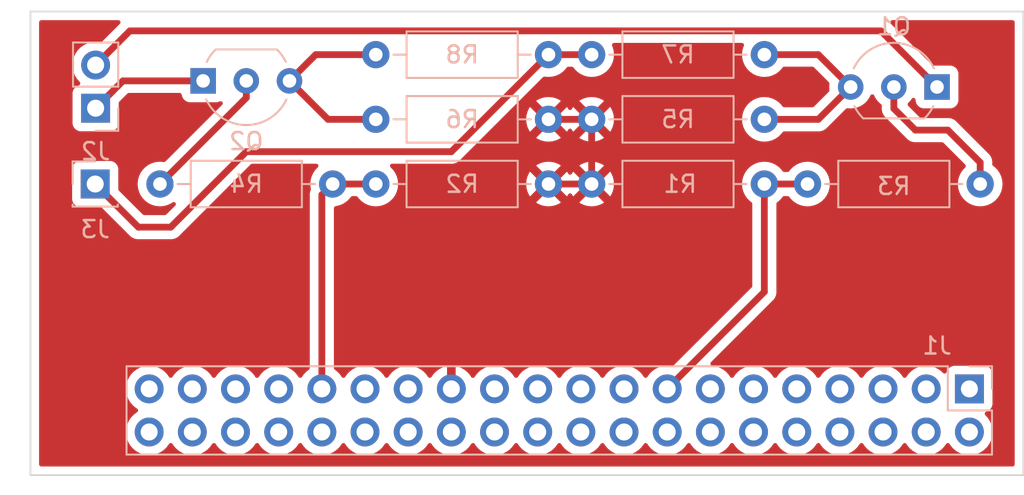
<source format=kicad_pcb>
(kicad_pcb (version 20211014) (generator pcbnew)
  (layers (0 "F.Cu" signal) (31 "B.Cu" signal) (34 "B.Paste" user) (35 "F.Paste" user) (36 "B.SilkS" user "B.Silkscreen") (37 "F.SilkS" user "F.Silkscreen") (38 "B.Mask" user) (39 "F.Mask" user) (44 "Edge.Cuts" user))
  (net 0 "")
  (net 15 "/GP22")
  (net 25 "GND")
  (net 31 "/GP6")
  (net 41 "/BB")
  (net 42 "/BA")
  (net 43 "/WGND")
  (net 44 "Net-(Q1-Pad2)")
  (net 45 "Net-(Q1-Pad3)")
  (net 46 "Net-(Q2-Pad2)")
  (net 47 "Net-(Q2-Pad3)")
  (footprint "Resistor_THT:R_Axial_DIN0207_L6.3mm_D2.5mm_P10.16mm_Horizontal" (layer "B.Cu") (at 106.68 67.945 180)
    (fp_text reference "R6" (at 5.08 0) (layer "B.SilkS") (effects (justify mirror)))
    (fp_text value "220")
    (fp_line (start 1.81 1.37) (end 1.81 -1.37) (layer "B.SilkS") (width 0.12))
    (fp_line (start 8.35 1.37) (end 1.81 1.37) (layer "B.SilkS") (width 0.12))
    (fp_line (start 1.81 -1.37) (end 8.35 -1.37) (layer "B.SilkS") (width 0.12))
    (fp_line (start 9.12 0) (end 8.35 0) (layer "B.SilkS") (width 0.12))
    (fp_line (start 1.04 0) (end 1.81 0) (layer "B.SilkS") (width 0.12))
    (fp_line (start 8.35 -1.37) (end 8.35 1.37) (layer "B.SilkS") (width 0.12))
    (pad "1" thru_hole circle (at 0 0 180) (size 1.6 1.6) (drill 0.8) (layers *.Cu *.Mask) (net 25 "GND"))
    (pad "2" thru_hole oval (at 10.16 0 180) (size 1.6 1.6) (drill 0.8) (layers *.Cu *.Mask) (net 47 "Net-(Q2-Pad3)"))
  )
  (footprint "Resistor_THT:R_Axial_DIN0207_L6.3mm_D2.5mm_P10.16mm_Horizontal" (layer "B.Cu") (at 106.68 71.755 180)
    (fp_text reference "R2" (at 5.08 0) (layer "B.SilkS") (effects (justify mirror)))
    (fp_text value "100k")
    (fp_line (start 1.04 0) (end 1.81 0) (layer "B.SilkS") (width 0.12))
    (fp_line (start 1.81 -1.37) (end 8.35 -1.37) (layer "B.SilkS") (width 0.12))
    (fp_line (start 1.81 1.37) (end 1.81 -1.37) (layer "B.SilkS") (width 0.12))
    (fp_line (start 8.35 -1.37) (end 8.35 1.37) (layer "B.SilkS") (width 0.12))
    (fp_line (start 9.12 0) (end 8.35 0) (layer "B.SilkS") (width 0.12))
    (fp_line (start 8.35 1.37) (end 1.81 1.37) (layer "B.SilkS") (width 0.12))
    (pad "1" thru_hole circle (at 0 0 180) (size 1.6 1.6) (drill 0.8) (layers *.Cu *.Mask) (net 25 "GND"))
    (pad "2" thru_hole oval (at 10.16 0 180) (size 1.6 1.6) (drill 0.8) (layers *.Cu *.Mask) (net 31 "/GP6"))
  )
  (footprint "Connector_PinSocket_2.54mm:PinSocket_2x20_P2.54mm_Vertical" (layer "B.Cu") (at 131.445 83.82 90)
    (fp_text reference "J1" (at 2.54 -1.905) (layer "B.SilkS") (effects (justify mirror)))
    (fp_text value "PI Connector")
    (fp_line (start 0 1.33) (end 1.33 1.33) (layer "B.SilkS") (width 0.12))
    (fp_line (start -1.27 1.33) (end -1.27 -1.27) (layer "B.SilkS") (width 0.12))
    (fp_line (start -3.87 -49.59) (end 1.33 -49.59) (layer "B.SilkS") (width 0.12))
    (fp_line (start 1.33 1.33) (end 1.33 0) (layer "B.SilkS") (width 0.12))
    (fp_line (start -1.27 -1.27) (end 1.33 -1.27) (layer "B.SilkS") (width 0.12))
    (fp_line (start 1.33 -1.27) (end 1.33 -49.59) (layer "B.SilkS") (width 0.12))
    (fp_line (start -3.87 1.33) (end -3.87 -49.59) (layer "B.SilkS") (width 0.12))
    (fp_line (start -3.87 1.33) (end -1.27 1.33) (layer "B.SilkS") (width 0.12))
    (pad "1" thru_hole rect (at 0 0 90) (size 1.7 1.7) (drill 1) (layers *.Cu *.Mask))
    (pad "2" thru_hole oval (at -2.54 0 90) (size 1.7 1.7) (drill 1) (layers *.Cu *.Mask))
    (pad "3" thru_hole oval (at 0 -2.54 90) (size 1.7 1.7) (drill 1) (layers *.Cu *.Mask))
    (pad "4" thru_hole oval (at -2.54 -2.54 90) (size 1.7 1.7) (drill 1) (layers *.Cu *.Mask))
    (pad "5" thru_hole oval (at 0 -5.08 90) (size 1.7 1.7) (drill 1) (layers *.Cu *.Mask))
    (pad "6" thru_hole oval (at -2.54 -5.08 90) (size 1.7 1.7) (drill 1) (layers *.Cu *.Mask))
    (pad "7" thru_hole oval (at 0 -7.62 90) (size 1.7 1.7) (drill 1) (layers *.Cu *.Mask))
    (pad "8" thru_hole oval (at -2.54 -7.62 90) (size 1.7 1.7) (drill 1) (layers *.Cu *.Mask))
    (pad "9" thru_hole oval (at 0 -10.16 90) (size 1.7 1.7) (drill 1) (layers *.Cu *.Mask))
    (pad "10" thru_hole oval (at -2.54 -10.16 90) (size 1.7 1.7) (drill 1) (layers *.Cu *.Mask))
    (pad "11" thru_hole oval (at 0 -12.7 90) (size 1.7 1.7) (drill 1) (layers *.Cu *.Mask))
    (pad "12" thru_hole oval (at -2.54 -12.7 90) (size 1.7 1.7) (drill 1) (layers *.Cu *.Mask))
    (pad "13" thru_hole oval (at 0 -15.24 90) (size 1.7 1.7) (drill 1) (layers *.Cu *.Mask))
    (pad "14" thru_hole oval (at -2.54 -15.24 90) (size 1.7 1.7) (drill 1) (layers *.Cu *.Mask))
    (pad "15" thru_hole oval (at 0 -17.78 90) (size 1.7 1.7) (drill 1) (layers *.Cu *.Mask) (net 15 "/GP22"))
    (pad "16" thru_hole oval (at -2.54 -17.78 90) (size 1.7 1.7) (drill 1) (layers *.Cu *.Mask))
    (pad "17" thru_hole oval (at 0 -20.32 90) (size 1.7 1.7) (drill 1) (layers *.Cu *.Mask))
    (pad "18" thru_hole oval (at -2.54 -20.32 90) (size 1.7 1.7) (drill 1) (layers *.Cu *.Mask))
    (pad "19" thru_hole oval (at 0 -22.86 90) (size 1.7 1.7) (drill 1) (layers *.Cu *.Mask))
    (pad "20" thru_hole oval (at -2.54 -22.86 90) (size 1.7 1.7) (drill 1) (layers *.Cu *.Mask))
    (pad "21" thru_hole oval (at 0 -25.4 90) (size 1.7 1.7) (drill 1) (layers *.Cu *.Mask))
    (pad "22" thru_hole oval (at -2.54 -25.4 90) (size 1.7 1.7) (drill 1) (layers *.Cu *.Mask))
    (pad "23" thru_hole oval (at 0 -27.94 90) (size 1.7 1.7) (drill 1) (layers *.Cu *.Mask))
    (pad "24" thru_hole oval (at -2.54 -27.94 90) (size 1.7 1.7) (drill 1) (layers *.Cu *.Mask))
    (pad "25" thru_hole oval (at 0 -30.48 90) (size 1.7 1.7) (drill 1) (layers *.Cu *.Mask) (net 25 "GND"))
    (pad "26" thru_hole oval (at -2.54 -30.48 90) (size 1.7 1.7) (drill 1) (layers *.Cu *.Mask))
    (pad "27" thru_hole oval (at 0 -33.02 90) (size 1.7 1.7) (drill 1) (layers *.Cu *.Mask))
    (pad "28" thru_hole oval (at -2.54 -33.02 90) (size 1.7 1.7) (drill 1) (layers *.Cu *.Mask))
    (pad "29" thru_hole oval (at 0 -35.56 90) (size 1.7 1.7) (drill 1) (layers *.Cu *.Mask))
    (pad "30" thru_hole oval (at -2.54 -35.56 90) (size 1.7 1.7) (drill 1) (layers *.Cu *.Mask))
    (pad "31" thru_hole oval (at 0 -38.1 90) (size 1.7 1.7) (drill 1) (layers *.Cu *.Mask) (net 31 "/GP6"))
    (pad "32" thru_hole oval (at -2.54 -38.1 90) (size 1.7 1.7) (drill 1) (layers *.Cu *.Mask))
    (pad "33" thru_hole oval (at 0 -40.64 90) (size 1.7 1.7) (drill 1) (layers *.Cu *.Mask))
    (pad "34" thru_hole oval (at -2.54 -40.64 90) (size 1.7 1.7) (drill 1) (layers *.Cu *.Mask))
    (pad "35" thru_hole oval (at 0 -43.18 90) (size 1.7 1.7) (drill 1) (layers *.Cu *.Mask))
    (pad "36" thru_hole oval (at -2.54 -43.18 90) (size 1.7 1.7) (drill 1) (layers *.Cu *.Mask))
    (pad "37" thru_hole oval (at 0 -45.72 90) (size 1.7 1.7) (drill 1) (layers *.Cu *.Mask))
    (pad "38" thru_hole oval (at -2.54 -45.72 90) (size 1.7 1.7) (drill 1) (layers *.Cu *.Mask))
    (pad "39" thru_hole oval (at 0 -48.26 90) (size 1.7 1.7) (drill 1) (layers *.Cu *.Mask))
    (pad "40" thru_hole oval (at -2.54 -48.26 90) (size 1.7 1.7) (drill 1) (layers *.Cu *.Mask))
  )
  (footprint "Resistor_THT:R_Axial_DIN0207_L6.3mm_D2.5mm_P10.16mm_Horizontal" (layer "B.Cu") (at 121.92 71.755)
    (fp_text reference "R3" (at 5.08 0.127) (layer "B.SilkS") (effects (justify mirror)))
    (fp_text value "1k")
    (fp_line (start 9.12 0) (end 8.35 0) (layer "B.SilkS") (width 0.12))
    (fp_line (start 1.04 0) (end 1.81 0) (layer "B.SilkS") (width 0.12))
    (fp_line (start 1.81 1.37) (end 1.81 -1.37) (layer "B.SilkS") (width 0.12))
    (fp_line (start 8.35 -1.37) (end 8.35 1.37) (layer "B.SilkS") (width 0.12))
    (fp_line (start 1.81 -1.37) (end 8.35 -1.37) (layer "B.SilkS") (width 0.12))
    (fp_line (start 8.35 1.37) (end 1.81 1.37) (layer "B.SilkS") (width 0.12))
    (pad "1" thru_hole circle (at 0 0) (size 1.6 1.6) (drill 0.8) (layers *.Cu *.Mask) (net 15 "/GP22"))
    (pad "2" thru_hole oval (at 10.16 0) (size 1.6 1.6) (drill 0.8) (layers *.Cu *.Mask) (net 44 "Net-(Q1-Pad2)"))
  )
  (footprint "Package_TO_SOT_THT:TO-92_Inline_Wide" (layer "B.Cu") (at 86.36 65.68)
    (fp_text reference "Q2" (at 2.54 3.56 180) (layer "B.SilkS") (effects (justify mirror)))
    (fp_text value "BS170")
    (fp_line (start 0.74 -1.85) (end 4.34 -1.85) (layer "B.SilkS") (width 0.12))
    (fp_arc (start 2.54 2.6) (mid 1.143021 2.192818) (end 0.1836 1.098807) (layer "B.SilkS") (width 0.12))
    (fp_arc (start 4.34 -1.85) (mid 4.633903 -1.509328) (end 4.864184 -1.122795) (layer "B.SilkS") (width 0.12))
    (fp_arc (start 4.8964 1.098807) (mid 3.936979 2.192817) (end 2.54 2.6) (layer "B.SilkS") (width 0.12))
    (fp_arc (start 0.215816 -1.122795) (mid 0.446097 -1.509328) (end 0.74 -1.85) (layer "B.SilkS") (width 0.12))
    (pad "1" thru_hole rect (at 0 0) (size 1.5 1.5) (drill 0.8) (layers *.Cu *.Mask) (net 41 "/BB"))
    (pad "2" thru_hole circle (at 2.54 0) (size 1.5 1.5) (drill 0.8) (layers *.Cu *.Mask) (net 46 "Net-(Q2-Pad2)"))
    (pad "3" thru_hole circle (at 5.08 0) (size 1.5 1.5) (drill 0.8) (layers *.Cu *.Mask) (net 47 "Net-(Q2-Pad3)"))
  )
  (footprint "Resistor_THT:R_Axial_DIN0207_L6.3mm_D2.5mm_P10.16mm_Horizontal" (layer "B.Cu") (at 96.52 64.135)
    (fp_text reference "R8" (at 5.08 0) (layer "B.SilkS") (effects (justify mirror)))
    (fp_text value "220")
    (fp_line (start 1.81 -1.37) (end 8.35 -1.37) (layer "B.SilkS") (width 0.12))
    (fp_line (start 1.81 1.37) (end 1.81 -1.37) (layer "B.SilkS") (width 0.12))
    (fp_line (start 9.12 0) (end 8.35 0) (layer "B.SilkS") (width 0.12))
    (fp_line (start 8.35 -1.37) (end 8.35 1.37) (layer "B.SilkS") (width 0.12))
    (fp_line (start 1.04 0) (end 1.81 0) (layer "B.SilkS") (width 0.12))
    (fp_line (start 8.35 1.37) (end 1.81 1.37) (layer "B.SilkS") (width 0.12))
    (pad "1" thru_hole circle (at 0 0) (size 1.6 1.6) (drill 0.8) (layers *.Cu *.Mask) (net 47 "Net-(Q2-Pad3)"))
    (pad "2" thru_hole oval (at 10.16 0) (size 1.6 1.6) (drill 0.8) (layers *.Cu *.Mask) (net 43 "/WGND"))
  )
  (footprint "Resistor_THT:R_Axial_DIN0207_L6.3mm_D2.5mm_P10.16mm_Horizontal" (layer "B.Cu") (at 119.38 64.135 180)
    (fp_text reference "R7" (at 5.08 0) (layer "B.SilkS") (effects (justify mirror)))
    (fp_text value "220")
    (fp_line (start 1.81 1.37) (end 1.81 -1.37) (layer "B.SilkS") (width 0.12))
    (fp_line (start 8.35 1.37) (end 1.81 1.37) (layer "B.SilkS") (width 0.12))
    (fp_line (start 9.12 0) (end 8.35 0) (layer "B.SilkS") (width 0.12))
    (fp_line (start 8.35 -1.37) (end 8.35 1.37) (layer "B.SilkS") (width 0.12))
    (fp_line (start 1.04 0) (end 1.81 0) (layer "B.SilkS") (width 0.12))
    (fp_line (start 1.81 -1.37) (end 8.35 -1.37) (layer "B.SilkS") (width 0.12))
    (pad "1" thru_hole circle (at 0 0 180) (size 1.6 1.6) (drill 0.8) (layers *.Cu *.Mask) (net 45 "Net-(Q1-Pad3)"))
    (pad "2" thru_hole oval (at 10.16 0 180) (size 1.6 1.6) (drill 0.8) (layers *.Cu *.Mask) (net 43 "/WGND"))
  )
  (footprint "Connector_PinSocket_2.54mm:PinSocket_1x01_P2.54mm_Vertical" (layer "B.Cu") (at 80.01 71.755 180)
    (fp_text reference "J3" (at 0 -2.667) (layer "B.SilkS") (effects (justify mirror)))
    (fp_text value "WIRELESS_GND")
    (fp_line (start 1.33 -1.21) (end 1.33 -1.33) (layer "B.SilkS") (width 0.12))
    (fp_line (start -1.33 -1.21) (end -1.33 -1.33) (layer "B.SilkS") (width 0.12))
    (fp_line (start -1.33 -1.33) (end 1.33 -1.33) (layer "B.SilkS") (width 0.12))
    (fp_line (start 0 1.33) (end 1.33 1.33) (layer "B.SilkS") (width 0.12))
    (fp_line (start 1.33 1.33) (end 1.33 0) (layer "B.SilkS") (width 0.12))
    (pad "1" thru_hole rect (at 0 0 180) (size 1.7 1.7) (drill 1) (layers *.Cu *.Mask) (net 43 "/WGND"))
  )
  (footprint "Connector_PinSocket_2.54mm:PinSocket_1x02_P2.54mm_Vertical" (layer "B.Cu") (at 80.035 67.29)
    (fp_text reference "J2" (at 0 2.54) (layer "B.SilkS") (effects (justify mirror)))
    (fp_text value "BUTTON_PINS")
    (fp_line (start 0 1.33) (end 1.33 1.33) (layer "B.SilkS") (width 0.12))
    (fp_line (start -1.33 -1.27) (end 1.33 -1.27) (layer "B.SilkS") (width 0.12))
    (fp_line (start 1.33 -1.27) (end 1.33 -3.87) (layer "B.SilkS") (width 0.12))
    (fp_line (start 1.33 1.33) (end 1.33 0) (layer "B.SilkS") (width 0.12))
    (fp_line (start -1.33 -1.27) (end -1.33 -3.87) (layer "B.SilkS") (width 0.12))
    (fp_line (start -1.33 -3.87) (end 1.33 -3.87) (layer "B.SilkS") (width 0.12))
    (pad "1" thru_hole rect (at 0 0) (size 1.7 1.7) (drill 1) (layers *.Cu *.Mask) (net 41 "/BB"))
    (pad "2" thru_hole oval (at 0 -2.54) (size 1.7 1.7) (drill 1) (layers *.Cu *.Mask) (net 42 "/BA"))
  )
  (footprint "Resistor_THT:R_Axial_DIN0207_L6.3mm_D2.5mm_P10.16mm_Horizontal" (layer "B.Cu") (at 93.98 71.755 180)
    (fp_text reference "R4" (at 5.08 0) (layer "B.SilkS") (effects (justify mirror)))
    (fp_text value "1k")
    (fp_line (start 8.35 -1.37) (end 8.35 1.37) (layer "B.SilkS") (width 0.12))
    (fp_line (start 8.35 1.37) (end 1.81 1.37) (layer "B.SilkS") (width 0.12))
    (fp_line (start 9.12 0) (end 8.35 0) (layer "B.SilkS") (width 0.12))
    (fp_line (start 1.04 0) (end 1.81 0) (layer "B.SilkS") (width 0.12))
    (fp_line (start 1.81 1.37) (end 1.81 -1.37) (layer "B.SilkS") (width 0.12))
    (fp_line (start 1.81 -1.37) (end 8.35 -1.37) (layer "B.SilkS") (width 0.12))
    (pad "1" thru_hole circle (at 0 0 180) (size 1.6 1.6) (drill 0.8) (layers *.Cu *.Mask) (net 31 "/GP6"))
    (pad "2" thru_hole oval (at 10.16 0 180) (size 1.6 1.6) (drill 0.8) (layers *.Cu *.Mask) (net 46 "Net-(Q2-Pad2)"))
  )
  (footprint "Resistor_THT:R_Axial_DIN0207_L6.3mm_D2.5mm_P10.16mm_Horizontal" (layer "B.Cu") (at 109.22 71.755)
    (fp_text reference "R1" (at 5.207 0) (layer "B.SilkS") (effects (justify mirror)))
    (fp_text value "100k")
    (fp_line (start 1.81 1.37) (end 1.81 -1.37) (layer "B.SilkS") (width 0.12))
    (fp_line (start 1.04 0) (end 1.81 0) (layer "B.SilkS") (width 0.12))
    (fp_line (start 8.35 1.37) (end 1.81 1.37) (layer "B.SilkS") (width 0.12))
    (fp_line (start 9.12 0) (end 8.35 0) (layer "B.SilkS") (width 0.12))
    (fp_line (start 1.81 -1.37) (end 8.35 -1.37) (layer "B.SilkS") (width 0.12))
    (fp_line (start 8.35 -1.37) (end 8.35 1.37) (layer "B.SilkS") (width 0.12))
    (pad "1" thru_hole circle (at 0 0) (size 1.6 1.6) (drill 0.8) (layers *.Cu *.Mask) (net 25 "GND"))
    (pad "2" thru_hole oval (at 10.16 0) (size 1.6 1.6) (drill 0.8) (layers *.Cu *.Mask) (net 15 "/GP22"))
  )
  (footprint "Package_TO_SOT_THT:TO-92_Inline_Wide" (layer "B.Cu") (at 129.54 66.04 180)
    (fp_text reference "Q1" (at 2.54 3.56) (layer "B.SilkS") (effects (justify mirror)))
    (fp_text value "BS170")
    (fp_line (start 0.74 -1.85) (end 4.34 -1.85) (layer "B.SilkS") (width 0.12))
    (fp_arc (start 0.215816 -1.122795) (mid 0.446097 -1.509328) (end 0.74 -1.85) (layer "B.SilkS") (width 0.12))
    (fp_arc (start 4.8964 1.098807) (mid 3.936979 2.192817) (end 2.54 2.6) (layer "B.SilkS") (width 0.12))
    (fp_arc (start 2.54 2.6) (mid 1.143021 2.192818) (end 0.1836 1.098807) (layer "B.SilkS") (width 0.12))
    (fp_arc (start 4.34 -1.85) (mid 4.633903 -1.509328) (end 4.864184 -1.122795) (layer "B.SilkS") (width 0.12))
    (pad "1" thru_hole rect (at 0 0 180) (size 1.5 1.5) (drill 0.8) (layers *.Cu *.Mask) (net 42 "/BA"))
    (pad "2" thru_hole circle (at 2.54 0 180) (size 1.5 1.5) (drill 0.8) (layers *.Cu *.Mask) (net 44 "Net-(Q1-Pad2)"))
    (pad "3" thru_hole circle (at 5.08 0 180) (size 1.5 1.5) (drill 0.8) (layers *.Cu *.Mask) (net 45 "Net-(Q1-Pad3)"))
  )
  (footprint "Resistor_THT:R_Axial_DIN0207_L6.3mm_D2.5mm_P10.16mm_Horizontal" (layer "B.Cu") (at 109.22 67.945)
    (fp_text reference "R5" (at 5.08 0) (layer "B.SilkS") (effects (justify mirror)))
    (fp_text value "220")
    (fp_line (start 8.35 -1.37) (end 8.35 1.37) (layer "B.SilkS") (width 0.12))
    (fp_line (start 1.81 1.37) (end 1.81 -1.37) (layer "B.SilkS") (width 0.12))
    (fp_line (start 1.04 0) (end 1.81 0) (layer "B.SilkS") (width 0.12))
    (fp_line (start 1.81 -1.37) (end 8.35 -1.37) (layer "B.SilkS") (width 0.12))
    (fp_line (start 9.12 0) (end 8.35 0) (layer "B.SilkS") (width 0.12))
    (fp_line (start 8.35 1.37) (end 1.81 1.37) (layer "B.SilkS") (width 0.12))
    (pad "1" thru_hole circle (at 0 0) (size 1.6 1.6) (drill 0.8) (layers *.Cu *.Mask) (net 25 "GND"))
    (pad "2" thru_hole oval (at 10.16 0) (size 1.6 1.6) (drill 0.8) (layers *.Cu *.Mask) (net 45 "Net-(Q1-Pad3)"))
  )
  (gr_line (start 76.2 61.595) (end 76.2 88.9) (layer "Edge.Cuts") (width 0.1))
  (gr_line (start 134.62 88.9) (end 134.62 61.595) (layer "Edge.Cuts") (width 0.1))
  (gr_line (start 76.2 88.9) (end 134.62 88.9) (layer "Edge.Cuts") (width 0.1))
  (gr_line (start 134.62 61.595) (end 76.2 61.595) (layer "Edge.Cuts") (width 0.1))
  (segment (start 119.38 78.105) (end 119.38 71.755) (width 0.4) (layer "F.Cu") (net 15))
  (segment (start 119.38 71.755) (end 121.92 71.755) (width 0.4) (layer "F.Cu") (net 15))
  (segment (start 113.665 83.82) (end 119.38 78.105) (width 0.4) (layer "F.Cu") (net 15))
  (segment (start 109.22 71.755) (end 109.22 67.945) (width 0.4) (layer "F.Cu") (net 25))
  (segment (start 100.965 83.82) (end 100.965 77.47) (width 0.4) (layer "F.Cu") (net 25))
  (segment (start 100.965 77.47) (end 106.68 71.755) (width 0.4) (layer "F.Cu") (net 25))
  (segment (start 106.68 67.945) (end 109.22 67.945) (width 0.4) (layer "F.Cu") (net 25))
  (segment (start 109.22 71.755) (end 106.68 71.755) (width 0.4) (layer "F.Cu") (net 25))
  (segment (start 93.98 71.755) (end 96.52 71.755) (width 0.4) (layer "F.Cu") (net 31))
  (segment (start 93.345 72.39) (end 93.98 71.755) (width 0.4) (layer "F.Cu") (net 31))
  (segment (start 93.345 83.82) (end 93.345 72.39) (width 0.4) (layer "F.Cu") (net 31))
  (segment (start 86.36 65.68) (end 81.645 65.68) (width 0.4) (layer "F.Cu") (net 41))
  (segment (start 81.645 65.68) (end 80.035 67.29) (width 0.4) (layer "F.Cu") (net 41))
  (segment (start 82.05 62.735) (end 80.035 64.75) (width 0.4) (layer "F.Cu") (net 42))
  (segment (start 126.235 62.735) (end 82.05 62.735) (width 0.4) (layer "F.Cu") (net 42))
  (segment (start 129.54 66.04) (end 126.235 62.735) (width 0.4) (layer "F.Cu") (net 42))
  (segment (start 84.455 74.295) (end 82.55 74.295) (width 0.4) (layer "F.Cu") (net 43))
  (segment (start 106.68 64.135) (end 100.965 69.85) (width 0.4) (layer "F.Cu") (net 43))
  (segment (start 88.9 69.85) (end 100.965 69.85) (width 0.4) (layer "F.Cu") (net 43))
  (segment (start 109.22 64.135) (end 106.68 64.135) (width 0.4) (layer "F.Cu") (net 43))
  (segment (start 82.55 74.295) (end 80.01 71.755) (width 0.4) (layer "F.Cu") (net 43))
  (segment (start 88.9 69.85) (end 84.455 74.295) (width 0.4) (layer "F.Cu") (net 43))
  (segment (start 128.27 68.58) (end 127 67.31) (width 0.4) (layer "F.Cu") (net 44))
  (segment (start 130.175 68.58) (end 128.27 68.58) (width 0.4) (layer "F.Cu") (net 44))
  (segment (start 132.08 71.755) (end 132.08 70.485) (width 0.4) (layer "F.Cu") (net 44))
  (segment (start 127 67.31) (end 127 66.04) (width 0.4) (layer "F.Cu") (net 44))
  (segment (start 132.08 70.485) (end 130.175 68.58) (width 0.4) (layer "F.Cu") (net 44))
  (segment (start 122.555 67.945) (end 119.38 67.945) (width 0.4) (layer "F.Cu") (net 45))
  (segment (start 124.46 66.04) (end 122.555 64.135) (width 0.4) (layer "F.Cu") (net 45))
  (segment (start 124.46 66.04) (end 122.555 67.945) (width 0.4) (layer "F.Cu") (net 45))
  (segment (start 122.555 64.135) (end 119.38 64.135) (width 0.4) (layer "F.Cu") (net 45))
  (segment (start 83.82 71.755) (end 88.9 66.675) (width 0.4) (layer "F.Cu") (net 46))
  (segment (start 88.9 66.675) (end 88.9 65.68) (width 0.4) (layer "F.Cu") (net 46))
  (segment (start 91.44 65.68) (end 93.705 67.945) (width 0.4) (layer "F.Cu") (net 47))
  (segment (start 91.44 65.68) (end 92.985 64.135) (width 0.4) (layer "F.Cu") (net 47))
  (segment (start 93.705 67.945) (end 96.52 67.945) (width 0.4) (layer "F.Cu") (net 47))
  (segment (start 92.985 64.135) (end 96.52 64.135) (width 0.4) (layer "F.Cu") (net 47))
  (zone (net 25) (net_name "GND") (layer "F.Cu") (connect_pads (clearance 0.508)) (min_thickness 0.254) (fill yes (thermal_gap 0.508) (thermal_bridge_width 0.508))
    (polygon (pts (xy 134.62 88.9) (xy 76.2 88.9) (xy 76.2 61.595) (xy 134.62 61.595)))
  )
)
</source>
